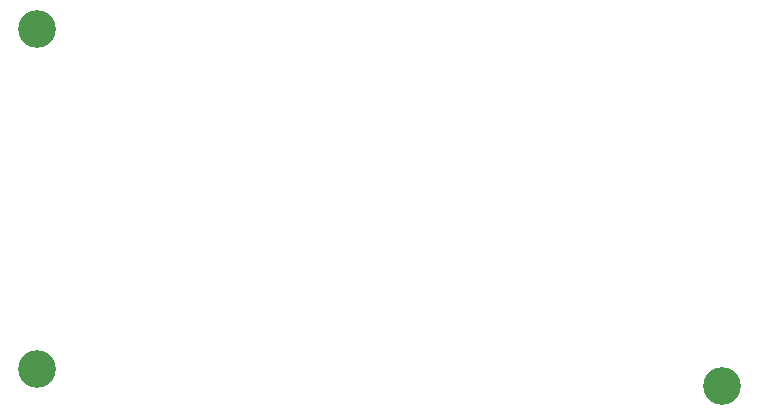
<source format=gbr>
%TF.GenerationSoftware,KiCad,Pcbnew,9.0.6-9.0.6~ubuntu24.04.1*%
%TF.CreationDate,2026-01-10T16:19:16-08:00*%
%TF.ProjectId,MCU Project,4d435520-5072-46f6-9a65-63742e6b6963,rev?*%
%TF.SameCoordinates,Original*%
%TF.FileFunction,NonPlated,1,2,NPTH,Drill*%
%TF.FilePolarity,Positive*%
%FSLAX46Y46*%
G04 Gerber Fmt 4.6, Leading zero omitted, Abs format (unit mm)*
G04 Created by KiCad (PCBNEW 9.0.6-9.0.6~ubuntu24.04.1) date 2026-01-10 16:19:16*
%MOMM*%
%LPD*%
G01*
G04 APERTURE LIST*
%TA.AperFunction,ComponentDrill*%
%ADD10C,3.200000*%
%TD*%
G04 APERTURE END LIST*
D10*
%TO.C,M3-3*%
X108000000Y-80250000D03*
%TO.C,M3-2*%
X108000000Y-109000000D03*
%TO.C,M3-1*%
X166000000Y-110500000D03*
M02*

</source>
